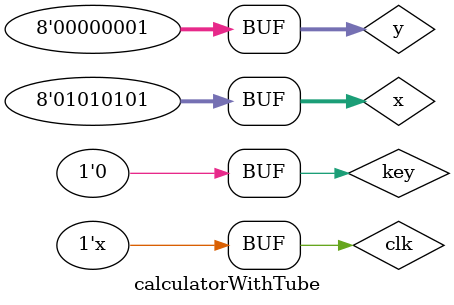
<source format=v>
`timescale 1ns / 1ns


module calculatorWithTube(
    );
    
    reg clk;
    reg [7:0] x;
    reg [7:0] y;
    reg key;
    
    wire [7:0] out; // dp, g, f, e, d, c, b, a
    wire [3:0] led;
    wire [15:0] result;
    
    always #100 clk = ~clk;
    
    initial begin
        x = 8'b00001111;
        y = 8'b00000001;
        key = 1'b0;
        #100000;
        x = 8'b01010101;
        #100000;
        
    end
    
    top t(
        .clk(clk),
        .x(x),
        .y(y),
        .key(key),
        .out(out),
        .led(led),
        .result(result)
    );
    
endmodule

</source>
